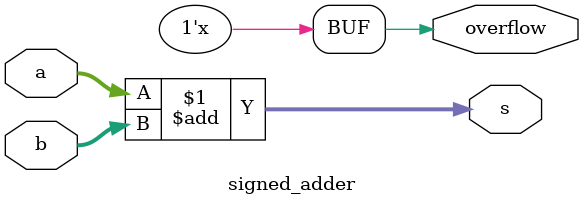
<source format=v>

module signed_adder(input [7:0] a,
    input [7:0] b,
    output [7:0] s,
    output overflow
); 

// The numbers a and b are added to the output s. 
// assign the occurence of the signed overflow of a and b to the output overflow.
// a signed overflow occurs if the most significant bits of a and b are low and the most significant bit of s is high
// a signed overflow may also occur if the most significant bits of a and b are high and the most significant bit of s is low


	assign s=a+b;
	assign overflow = result[7]; // the most significant bit is the overflow of the final operation.


endmodule

</source>
